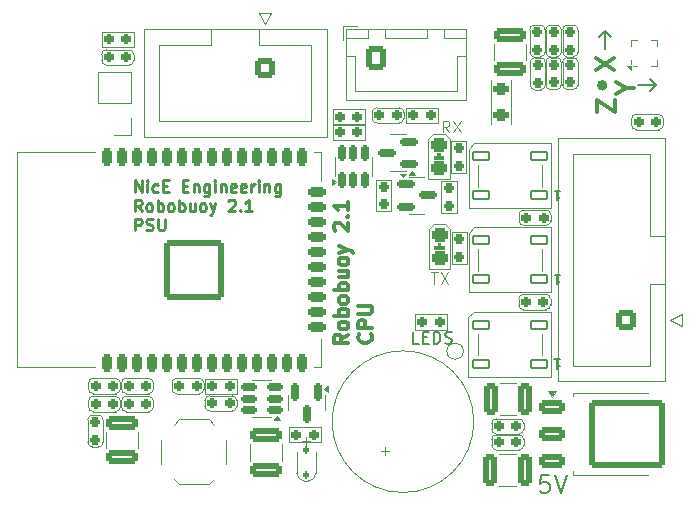
<source format=gbr>
%TF.GenerationSoftware,KiCad,Pcbnew,9.0.2*%
%TF.CreationDate,2025-06-17T18:03:46+02:00*%
%TF.ProjectId,Robobuoy-Sub-CPU-v2_1,526f626f-6275-46f7-992d-5375622d4350,2.0*%
%TF.SameCoordinates,Original*%
%TF.FileFunction,Legend,Top*%
%TF.FilePolarity,Positive*%
%FSLAX46Y46*%
G04 Gerber Fmt 4.6, Leading zero omitted, Abs format (unit mm)*
G04 Created by KiCad (PCBNEW 9.0.2) date 2025-06-17 18:03:46*
%MOMM*%
%LPD*%
G01*
G04 APERTURE LIST*
G04 Aperture macros list*
%AMRoundRect*
0 Rectangle with rounded corners*
0 $1 Rounding radius*
0 $2 $3 $4 $5 $6 $7 $8 $9 X,Y pos of 4 corners*
0 Add a 4 corners polygon primitive as box body*
4,1,4,$2,$3,$4,$5,$6,$7,$8,$9,$2,$3,0*
0 Add four circle primitives for the rounded corners*
1,1,$1+$1,$2,$3*
1,1,$1+$1,$4,$5*
1,1,$1+$1,$6,$7*
1,1,$1+$1,$8,$9*
0 Add four rect primitives between the rounded corners*
20,1,$1+$1,$2,$3,$4,$5,0*
20,1,$1+$1,$4,$5,$6,$7,0*
20,1,$1+$1,$6,$7,$8,$9,0*
20,1,$1+$1,$8,$9,$2,$3,0*%
G04 Aperture macros list end*
%ADD10C,0.150000*%
%ADD11C,0.500000*%
%ADD12C,0.300000*%
%ADD13C,0.120000*%
%ADD14C,0.250000*%
%ADD15C,0.100000*%
%ADD16C,0.000000*%
%ADD17RoundRect,0.150000X0.150000X-0.512500X0.150000X0.512500X-0.150000X0.512500X-0.150000X-0.512500X0*%
%ADD18RoundRect,0.200000X-0.250000X0.200000X-0.250000X-0.200000X0.250000X-0.200000X0.250000X0.200000X0*%
%ADD19RoundRect,0.200000X-0.200000X-0.250000X0.200000X-0.250000X0.200000X0.250000X-0.200000X0.250000X0*%
%ADD20RoundRect,0.200000X0.200000X0.250000X-0.200000X0.250000X-0.200000X-0.250000X0.200000X-0.250000X0*%
%ADD21RoundRect,0.090000X0.660000X0.360000X-0.660000X0.360000X-0.660000X-0.360000X0.660000X-0.360000X0*%
%ADD22RoundRect,0.250000X-0.850000X-0.350000X0.850000X-0.350000X0.850000X0.350000X-0.850000X0.350000X0*%
%ADD23RoundRect,0.249997X-2.950003X-2.650003X2.950003X-2.650003X2.950003X2.650003X-2.950003X2.650003X0*%
%ADD24RoundRect,0.150000X-0.150000X0.587500X-0.150000X-0.587500X0.150000X-0.587500X0.150000X0.587500X0*%
%ADD25C,3.200000*%
%ADD26RoundRect,0.300000X-0.400000X0.300000X-0.400000X-0.300000X0.400000X-0.300000X0.400000X0.300000X0*%
%ADD27RoundRect,0.200000X0.250000X-0.200000X0.250000X0.200000X-0.250000X0.200000X-0.250000X-0.200000X0*%
%ADD28RoundRect,0.112500X0.112500X-0.187500X0.112500X0.187500X-0.112500X0.187500X-0.112500X-0.187500X0*%
%ADD29C,1.000000*%
%ADD30RoundRect,0.250000X-0.600000X0.600000X-0.600000X-0.600000X0.600000X-0.600000X0.600000X0.600000X0*%
%ADD31C,1.700000*%
%ADD32RoundRect,0.250000X0.600000X0.600000X-0.600000X0.600000X-0.600000X-0.600000X0.600000X-0.600000X0*%
%ADD33RoundRect,0.250000X1.100000X-0.325000X1.100000X0.325000X-1.100000X0.325000X-1.100000X-0.325000X0*%
%ADD34RoundRect,0.150000X0.587500X0.150000X-0.587500X0.150000X-0.587500X-0.150000X0.587500X-0.150000X0*%
%ADD35RoundRect,0.250000X-0.600000X-0.725000X0.600000X-0.725000X0.600000X0.725000X-0.600000X0.725000X0*%
%ADD36O,1.700000X1.950000*%
%ADD37RoundRect,0.275000X0.375000X-0.275000X0.375000X0.275000X-0.375000X0.275000X-0.375000X-0.275000X0*%
%ADD38RoundRect,0.250000X-1.100000X0.325000X-1.100000X-0.325000X1.100000X-0.325000X1.100000X0.325000X0*%
%ADD39R,1.700000X1.700000*%
%ADD40R,1.700000X1.000000*%
%ADD41RoundRect,0.250000X0.325000X1.100000X-0.325000X1.100000X-0.325000X-1.100000X0.325000X-1.100000X0*%
%ADD42RoundRect,0.150000X0.512500X0.150000X-0.512500X0.150000X-0.512500X-0.150000X0.512500X-0.150000X0*%
%ADD43RoundRect,0.225000X0.225000X-0.525000X0.225000X0.525000X-0.225000X0.525000X-0.225000X-0.525000X0*%
%ADD44RoundRect,0.225000X0.525000X0.225000X-0.525000X0.225000X-0.525000X-0.225000X0.525000X-0.225000X0*%
%ADD45RoundRect,0.250000X2.250000X-2.250000X2.250000X2.250000X-2.250000X2.250000X-2.250000X-2.250000X0*%
%ADD46R,1.650000X1.650000*%
%ADD47R,0.350000X0.375000*%
%ADD48R,0.375000X0.350000*%
%ADD49RoundRect,0.150000X-0.587500X-0.150000X0.587500X-0.150000X0.587500X0.150000X-0.587500X0.150000X0*%
G04 APERTURE END LIST*
D10*
X23523600Y14909800D02*
X23015600Y15417800D01*
X19205600Y19532600D02*
X19713600Y19024600D01*
D11*
X19151600Y14909800D02*
G75*
G02*
X18751600Y14909800I-200000J0D01*
G01*
X18751600Y14909800D02*
G75*
G02*
X19151600Y14909800I200000J0D01*
G01*
D10*
X19205600Y19532600D02*
X18697600Y19024600D01*
X23523600Y14909800D02*
X23015600Y14401800D01*
X19205600Y17957800D02*
X19205600Y19481800D01*
X21999600Y14909800D02*
X23523600Y14909800D01*
D12*
X-2550058Y-6197203D02*
X-3121486Y-6597203D01*
X-2550058Y-6882917D02*
X-3750058Y-6882917D01*
X-3750058Y-6882917D02*
X-3750058Y-6425774D01*
X-3750058Y-6425774D02*
X-3692915Y-6311489D01*
X-3692915Y-6311489D02*
X-3635772Y-6254346D01*
X-3635772Y-6254346D02*
X-3521486Y-6197203D01*
X-3521486Y-6197203D02*
X-3350058Y-6197203D01*
X-3350058Y-6197203D02*
X-3235772Y-6254346D01*
X-3235772Y-6254346D02*
X-3178629Y-6311489D01*
X-3178629Y-6311489D02*
X-3121486Y-6425774D01*
X-3121486Y-6425774D02*
X-3121486Y-6882917D01*
X-2550058Y-5511489D02*
X-2607200Y-5625774D01*
X-2607200Y-5625774D02*
X-2664343Y-5682917D01*
X-2664343Y-5682917D02*
X-2778629Y-5740060D01*
X-2778629Y-5740060D02*
X-3121486Y-5740060D01*
X-3121486Y-5740060D02*
X-3235772Y-5682917D01*
X-3235772Y-5682917D02*
X-3292915Y-5625774D01*
X-3292915Y-5625774D02*
X-3350058Y-5511489D01*
X-3350058Y-5511489D02*
X-3350058Y-5340060D01*
X-3350058Y-5340060D02*
X-3292915Y-5225774D01*
X-3292915Y-5225774D02*
X-3235772Y-5168632D01*
X-3235772Y-5168632D02*
X-3121486Y-5111489D01*
X-3121486Y-5111489D02*
X-2778629Y-5111489D01*
X-2778629Y-5111489D02*
X-2664343Y-5168632D01*
X-2664343Y-5168632D02*
X-2607200Y-5225774D01*
X-2607200Y-5225774D02*
X-2550058Y-5340060D01*
X-2550058Y-5340060D02*
X-2550058Y-5511489D01*
X-2550058Y-4597203D02*
X-3750058Y-4597203D01*
X-3292915Y-4597203D02*
X-3350058Y-4482918D01*
X-3350058Y-4482918D02*
X-3350058Y-4254346D01*
X-3350058Y-4254346D02*
X-3292915Y-4140060D01*
X-3292915Y-4140060D02*
X-3235772Y-4082918D01*
X-3235772Y-4082918D02*
X-3121486Y-4025775D01*
X-3121486Y-4025775D02*
X-2778629Y-4025775D01*
X-2778629Y-4025775D02*
X-2664343Y-4082918D01*
X-2664343Y-4082918D02*
X-2607200Y-4140060D01*
X-2607200Y-4140060D02*
X-2550058Y-4254346D01*
X-2550058Y-4254346D02*
X-2550058Y-4482918D01*
X-2550058Y-4482918D02*
X-2607200Y-4597203D01*
X-2550058Y-3340061D02*
X-2607200Y-3454346D01*
X-2607200Y-3454346D02*
X-2664343Y-3511489D01*
X-2664343Y-3511489D02*
X-2778629Y-3568632D01*
X-2778629Y-3568632D02*
X-3121486Y-3568632D01*
X-3121486Y-3568632D02*
X-3235772Y-3511489D01*
X-3235772Y-3511489D02*
X-3292915Y-3454346D01*
X-3292915Y-3454346D02*
X-3350058Y-3340061D01*
X-3350058Y-3340061D02*
X-3350058Y-3168632D01*
X-3350058Y-3168632D02*
X-3292915Y-3054346D01*
X-3292915Y-3054346D02*
X-3235772Y-2997204D01*
X-3235772Y-2997204D02*
X-3121486Y-2940061D01*
X-3121486Y-2940061D02*
X-2778629Y-2940061D01*
X-2778629Y-2940061D02*
X-2664343Y-2997204D01*
X-2664343Y-2997204D02*
X-2607200Y-3054346D01*
X-2607200Y-3054346D02*
X-2550058Y-3168632D01*
X-2550058Y-3168632D02*
X-2550058Y-3340061D01*
X-2550058Y-2425775D02*
X-3750058Y-2425775D01*
X-3292915Y-2425775D02*
X-3350058Y-2311490D01*
X-3350058Y-2311490D02*
X-3350058Y-2082918D01*
X-3350058Y-2082918D02*
X-3292915Y-1968632D01*
X-3292915Y-1968632D02*
X-3235772Y-1911490D01*
X-3235772Y-1911490D02*
X-3121486Y-1854347D01*
X-3121486Y-1854347D02*
X-2778629Y-1854347D01*
X-2778629Y-1854347D02*
X-2664343Y-1911490D01*
X-2664343Y-1911490D02*
X-2607200Y-1968632D01*
X-2607200Y-1968632D02*
X-2550058Y-2082918D01*
X-2550058Y-2082918D02*
X-2550058Y-2311490D01*
X-2550058Y-2311490D02*
X-2607200Y-2425775D01*
X-3350058Y-825776D02*
X-2550058Y-825776D01*
X-3350058Y-1340061D02*
X-2721486Y-1340061D01*
X-2721486Y-1340061D02*
X-2607200Y-1282918D01*
X-2607200Y-1282918D02*
X-2550058Y-1168633D01*
X-2550058Y-1168633D02*
X-2550058Y-997204D01*
X-2550058Y-997204D02*
X-2607200Y-882918D01*
X-2607200Y-882918D02*
X-2664343Y-825776D01*
X-2550058Y-82919D02*
X-2607200Y-197204D01*
X-2607200Y-197204D02*
X-2664343Y-254347D01*
X-2664343Y-254347D02*
X-2778629Y-311490D01*
X-2778629Y-311490D02*
X-3121486Y-311490D01*
X-3121486Y-311490D02*
X-3235772Y-254347D01*
X-3235772Y-254347D02*
X-3292915Y-197204D01*
X-3292915Y-197204D02*
X-3350058Y-82919D01*
X-3350058Y-82919D02*
X-3350058Y88510D01*
X-3350058Y88510D02*
X-3292915Y202796D01*
X-3292915Y202796D02*
X-3235772Y259938D01*
X-3235772Y259938D02*
X-3121486Y317081D01*
X-3121486Y317081D02*
X-2778629Y317081D01*
X-2778629Y317081D02*
X-2664343Y259938D01*
X-2664343Y259938D02*
X-2607200Y202796D01*
X-2607200Y202796D02*
X-2550058Y88510D01*
X-2550058Y88510D02*
X-2550058Y-82919D01*
X-3350058Y717081D02*
X-2550058Y1002795D01*
X-3350058Y1288510D02*
X-2550058Y1002795D01*
X-2550058Y1002795D02*
X-2264343Y888510D01*
X-2264343Y888510D02*
X-2207200Y831367D01*
X-2207200Y831367D02*
X-2150058Y717081D01*
X-3635772Y2602796D02*
X-3692915Y2659939D01*
X-3692915Y2659939D02*
X-3750058Y2774224D01*
X-3750058Y2774224D02*
X-3750058Y3059939D01*
X-3750058Y3059939D02*
X-3692915Y3174224D01*
X-3692915Y3174224D02*
X-3635772Y3231367D01*
X-3635772Y3231367D02*
X-3521486Y3288510D01*
X-3521486Y3288510D02*
X-3407200Y3288510D01*
X-3407200Y3288510D02*
X-3235772Y3231367D01*
X-3235772Y3231367D02*
X-2550058Y2545653D01*
X-2550058Y2545653D02*
X-2550058Y3288510D01*
X-2664343Y3802796D02*
X-2607200Y3859939D01*
X-2607200Y3859939D02*
X-2550058Y3802796D01*
X-2550058Y3802796D02*
X-2607200Y3745653D01*
X-2607200Y3745653D02*
X-2664343Y3802796D01*
X-2664343Y3802796D02*
X-2550058Y3802796D01*
X-2550058Y5002796D02*
X-2550058Y4317082D01*
X-2550058Y4659939D02*
X-3750058Y4659939D01*
X-3750058Y4659939D02*
X-3578629Y4545653D01*
X-3578629Y4545653D02*
X-3464343Y4431368D01*
X-3464343Y4431368D02*
X-3407200Y4317082D01*
X20944442Y14655801D02*
X21658728Y14655801D01*
X20158728Y14155801D02*
X20944442Y14655801D01*
X20944442Y14655801D02*
X20158728Y15155801D01*
D13*
X4455385Y-903379D02*
X5026813Y-903379D01*
X4741099Y-1903379D02*
X4741099Y-903379D01*
X5264909Y-903379D02*
X5931575Y-1903379D01*
X5931575Y-903379D02*
X5264909Y-1903379D01*
X6019270Y10918621D02*
X5685937Y11394812D01*
X5447842Y10918621D02*
X5447842Y11918621D01*
X5447842Y11918621D02*
X5828794Y11918621D01*
X5828794Y11918621D02*
X5924032Y11871002D01*
X5924032Y11871002D02*
X5971651Y11823383D01*
X5971651Y11823383D02*
X6019270Y11728145D01*
X6019270Y11728145D02*
X6019270Y11585288D01*
X6019270Y11585288D02*
X5971651Y11490050D01*
X5971651Y11490050D02*
X5924032Y11442431D01*
X5924032Y11442431D02*
X5828794Y11394812D01*
X5828794Y11394812D02*
X5447842Y11394812D01*
X6352604Y11918621D02*
X7019270Y10918621D01*
X7019270Y11918621D02*
X6352604Y10918621D01*
D14*
X-20597432Y5855269D02*
X-20597432Y6855269D01*
X-20597432Y6855269D02*
X-20026004Y5855269D01*
X-20026004Y5855269D02*
X-20026004Y6855269D01*
X-19549813Y5855269D02*
X-19549813Y6521936D01*
X-19549813Y6855269D02*
X-19597432Y6807650D01*
X-19597432Y6807650D02*
X-19549813Y6760031D01*
X-19549813Y6760031D02*
X-19502194Y6807650D01*
X-19502194Y6807650D02*
X-19549813Y6855269D01*
X-19549813Y6855269D02*
X-19549813Y6760031D01*
X-18645052Y5902888D02*
X-18740290Y5855269D01*
X-18740290Y5855269D02*
X-18930766Y5855269D01*
X-18930766Y5855269D02*
X-19026004Y5902888D01*
X-19026004Y5902888D02*
X-19073623Y5950508D01*
X-19073623Y5950508D02*
X-19121242Y6045746D01*
X-19121242Y6045746D02*
X-19121242Y6331460D01*
X-19121242Y6331460D02*
X-19073623Y6426698D01*
X-19073623Y6426698D02*
X-19026004Y6474317D01*
X-19026004Y6474317D02*
X-18930766Y6521936D01*
X-18930766Y6521936D02*
X-18740290Y6521936D01*
X-18740290Y6521936D02*
X-18645052Y6474317D01*
X-18216480Y6379079D02*
X-17883147Y6379079D01*
X-17740290Y5855269D02*
X-18216480Y5855269D01*
X-18216480Y5855269D02*
X-18216480Y6855269D01*
X-18216480Y6855269D02*
X-17740290Y6855269D01*
X-16549813Y6379079D02*
X-16216480Y6379079D01*
X-16073623Y5855269D02*
X-16549813Y5855269D01*
X-16549813Y5855269D02*
X-16549813Y6855269D01*
X-16549813Y6855269D02*
X-16073623Y6855269D01*
X-15645051Y6521936D02*
X-15645051Y5855269D01*
X-15645051Y6426698D02*
X-15597432Y6474317D01*
X-15597432Y6474317D02*
X-15502194Y6521936D01*
X-15502194Y6521936D02*
X-15359337Y6521936D01*
X-15359337Y6521936D02*
X-15264099Y6474317D01*
X-15264099Y6474317D02*
X-15216480Y6379079D01*
X-15216480Y6379079D02*
X-15216480Y5855269D01*
X-14311718Y6521936D02*
X-14311718Y5712412D01*
X-14311718Y5712412D02*
X-14359337Y5617174D01*
X-14359337Y5617174D02*
X-14406956Y5569555D01*
X-14406956Y5569555D02*
X-14502194Y5521936D01*
X-14502194Y5521936D02*
X-14645051Y5521936D01*
X-14645051Y5521936D02*
X-14740289Y5569555D01*
X-14311718Y5902888D02*
X-14406956Y5855269D01*
X-14406956Y5855269D02*
X-14597432Y5855269D01*
X-14597432Y5855269D02*
X-14692670Y5902888D01*
X-14692670Y5902888D02*
X-14740289Y5950508D01*
X-14740289Y5950508D02*
X-14787908Y6045746D01*
X-14787908Y6045746D02*
X-14787908Y6331460D01*
X-14787908Y6331460D02*
X-14740289Y6426698D01*
X-14740289Y6426698D02*
X-14692670Y6474317D01*
X-14692670Y6474317D02*
X-14597432Y6521936D01*
X-14597432Y6521936D02*
X-14406956Y6521936D01*
X-14406956Y6521936D02*
X-14311718Y6474317D01*
X-13835527Y5855269D02*
X-13835527Y6521936D01*
X-13835527Y6855269D02*
X-13883146Y6807650D01*
X-13883146Y6807650D02*
X-13835527Y6760031D01*
X-13835527Y6760031D02*
X-13787908Y6807650D01*
X-13787908Y6807650D02*
X-13835527Y6855269D01*
X-13835527Y6855269D02*
X-13835527Y6760031D01*
X-13359337Y6521936D02*
X-13359337Y5855269D01*
X-13359337Y6426698D02*
X-13311718Y6474317D01*
X-13311718Y6474317D02*
X-13216480Y6521936D01*
X-13216480Y6521936D02*
X-13073623Y6521936D01*
X-13073623Y6521936D02*
X-12978385Y6474317D01*
X-12978385Y6474317D02*
X-12930766Y6379079D01*
X-12930766Y6379079D02*
X-12930766Y5855269D01*
X-12073623Y5902888D02*
X-12168861Y5855269D01*
X-12168861Y5855269D02*
X-12359337Y5855269D01*
X-12359337Y5855269D02*
X-12454575Y5902888D01*
X-12454575Y5902888D02*
X-12502194Y5998127D01*
X-12502194Y5998127D02*
X-12502194Y6379079D01*
X-12502194Y6379079D02*
X-12454575Y6474317D01*
X-12454575Y6474317D02*
X-12359337Y6521936D01*
X-12359337Y6521936D02*
X-12168861Y6521936D01*
X-12168861Y6521936D02*
X-12073623Y6474317D01*
X-12073623Y6474317D02*
X-12026004Y6379079D01*
X-12026004Y6379079D02*
X-12026004Y6283841D01*
X-12026004Y6283841D02*
X-12502194Y6188603D01*
X-11216480Y5902888D02*
X-11311718Y5855269D01*
X-11311718Y5855269D02*
X-11502194Y5855269D01*
X-11502194Y5855269D02*
X-11597432Y5902888D01*
X-11597432Y5902888D02*
X-11645051Y5998127D01*
X-11645051Y5998127D02*
X-11645051Y6379079D01*
X-11645051Y6379079D02*
X-11597432Y6474317D01*
X-11597432Y6474317D02*
X-11502194Y6521936D01*
X-11502194Y6521936D02*
X-11311718Y6521936D01*
X-11311718Y6521936D02*
X-11216480Y6474317D01*
X-11216480Y6474317D02*
X-11168861Y6379079D01*
X-11168861Y6379079D02*
X-11168861Y6283841D01*
X-11168861Y6283841D02*
X-11645051Y6188603D01*
X-10740289Y5855269D02*
X-10740289Y6521936D01*
X-10740289Y6331460D02*
X-10692670Y6426698D01*
X-10692670Y6426698D02*
X-10645051Y6474317D01*
X-10645051Y6474317D02*
X-10549813Y6521936D01*
X-10549813Y6521936D02*
X-10454575Y6521936D01*
X-10121241Y5855269D02*
X-10121241Y6521936D01*
X-10121241Y6855269D02*
X-10168860Y6807650D01*
X-10168860Y6807650D02*
X-10121241Y6760031D01*
X-10121241Y6760031D02*
X-10073622Y6807650D01*
X-10073622Y6807650D02*
X-10121241Y6855269D01*
X-10121241Y6855269D02*
X-10121241Y6760031D01*
X-9645051Y6521936D02*
X-9645051Y5855269D01*
X-9645051Y6426698D02*
X-9597432Y6474317D01*
X-9597432Y6474317D02*
X-9502194Y6521936D01*
X-9502194Y6521936D02*
X-9359337Y6521936D01*
X-9359337Y6521936D02*
X-9264099Y6474317D01*
X-9264099Y6474317D02*
X-9216480Y6379079D01*
X-9216480Y6379079D02*
X-9216480Y5855269D01*
X-8311718Y6521936D02*
X-8311718Y5712412D01*
X-8311718Y5712412D02*
X-8359337Y5617174D01*
X-8359337Y5617174D02*
X-8406956Y5569555D01*
X-8406956Y5569555D02*
X-8502194Y5521936D01*
X-8502194Y5521936D02*
X-8645051Y5521936D01*
X-8645051Y5521936D02*
X-8740289Y5569555D01*
X-8311718Y5902888D02*
X-8406956Y5855269D01*
X-8406956Y5855269D02*
X-8597432Y5855269D01*
X-8597432Y5855269D02*
X-8692670Y5902888D01*
X-8692670Y5902888D02*
X-8740289Y5950508D01*
X-8740289Y5950508D02*
X-8787908Y6045746D01*
X-8787908Y6045746D02*
X-8787908Y6331460D01*
X-8787908Y6331460D02*
X-8740289Y6426698D01*
X-8740289Y6426698D02*
X-8692670Y6474317D01*
X-8692670Y6474317D02*
X-8597432Y6521936D01*
X-8597432Y6521936D02*
X-8406956Y6521936D01*
X-8406956Y6521936D02*
X-8311718Y6474317D01*
X-20026004Y4245325D02*
X-20359337Y4721516D01*
X-20597432Y4245325D02*
X-20597432Y5245325D01*
X-20597432Y5245325D02*
X-20216480Y5245325D01*
X-20216480Y5245325D02*
X-20121242Y5197706D01*
X-20121242Y5197706D02*
X-20073623Y5150087D01*
X-20073623Y5150087D02*
X-20026004Y5054849D01*
X-20026004Y5054849D02*
X-20026004Y4911992D01*
X-20026004Y4911992D02*
X-20073623Y4816754D01*
X-20073623Y4816754D02*
X-20121242Y4769135D01*
X-20121242Y4769135D02*
X-20216480Y4721516D01*
X-20216480Y4721516D02*
X-20597432Y4721516D01*
X-19454575Y4245325D02*
X-19549813Y4292944D01*
X-19549813Y4292944D02*
X-19597432Y4340564D01*
X-19597432Y4340564D02*
X-19645051Y4435802D01*
X-19645051Y4435802D02*
X-19645051Y4721516D01*
X-19645051Y4721516D02*
X-19597432Y4816754D01*
X-19597432Y4816754D02*
X-19549813Y4864373D01*
X-19549813Y4864373D02*
X-19454575Y4911992D01*
X-19454575Y4911992D02*
X-19311718Y4911992D01*
X-19311718Y4911992D02*
X-19216480Y4864373D01*
X-19216480Y4864373D02*
X-19168861Y4816754D01*
X-19168861Y4816754D02*
X-19121242Y4721516D01*
X-19121242Y4721516D02*
X-19121242Y4435802D01*
X-19121242Y4435802D02*
X-19168861Y4340564D01*
X-19168861Y4340564D02*
X-19216480Y4292944D01*
X-19216480Y4292944D02*
X-19311718Y4245325D01*
X-19311718Y4245325D02*
X-19454575Y4245325D01*
X-18692670Y4245325D02*
X-18692670Y5245325D01*
X-18692670Y4864373D02*
X-18597432Y4911992D01*
X-18597432Y4911992D02*
X-18406956Y4911992D01*
X-18406956Y4911992D02*
X-18311718Y4864373D01*
X-18311718Y4864373D02*
X-18264099Y4816754D01*
X-18264099Y4816754D02*
X-18216480Y4721516D01*
X-18216480Y4721516D02*
X-18216480Y4435802D01*
X-18216480Y4435802D02*
X-18264099Y4340564D01*
X-18264099Y4340564D02*
X-18311718Y4292944D01*
X-18311718Y4292944D02*
X-18406956Y4245325D01*
X-18406956Y4245325D02*
X-18597432Y4245325D01*
X-18597432Y4245325D02*
X-18692670Y4292944D01*
X-17645051Y4245325D02*
X-17740289Y4292944D01*
X-17740289Y4292944D02*
X-17787908Y4340564D01*
X-17787908Y4340564D02*
X-17835527Y4435802D01*
X-17835527Y4435802D02*
X-17835527Y4721516D01*
X-17835527Y4721516D02*
X-17787908Y4816754D01*
X-17787908Y4816754D02*
X-17740289Y4864373D01*
X-17740289Y4864373D02*
X-17645051Y4911992D01*
X-17645051Y4911992D02*
X-17502194Y4911992D01*
X-17502194Y4911992D02*
X-17406956Y4864373D01*
X-17406956Y4864373D02*
X-17359337Y4816754D01*
X-17359337Y4816754D02*
X-17311718Y4721516D01*
X-17311718Y4721516D02*
X-17311718Y4435802D01*
X-17311718Y4435802D02*
X-17359337Y4340564D01*
X-17359337Y4340564D02*
X-17406956Y4292944D01*
X-17406956Y4292944D02*
X-17502194Y4245325D01*
X-17502194Y4245325D02*
X-17645051Y4245325D01*
X-16883146Y4245325D02*
X-16883146Y5245325D01*
X-16883146Y4864373D02*
X-16787908Y4911992D01*
X-16787908Y4911992D02*
X-16597432Y4911992D01*
X-16597432Y4911992D02*
X-16502194Y4864373D01*
X-16502194Y4864373D02*
X-16454575Y4816754D01*
X-16454575Y4816754D02*
X-16406956Y4721516D01*
X-16406956Y4721516D02*
X-16406956Y4435802D01*
X-16406956Y4435802D02*
X-16454575Y4340564D01*
X-16454575Y4340564D02*
X-16502194Y4292944D01*
X-16502194Y4292944D02*
X-16597432Y4245325D01*
X-16597432Y4245325D02*
X-16787908Y4245325D01*
X-16787908Y4245325D02*
X-16883146Y4292944D01*
X-15549813Y4911992D02*
X-15549813Y4245325D01*
X-15978384Y4911992D02*
X-15978384Y4388183D01*
X-15978384Y4388183D02*
X-15930765Y4292944D01*
X-15930765Y4292944D02*
X-15835527Y4245325D01*
X-15835527Y4245325D02*
X-15692670Y4245325D01*
X-15692670Y4245325D02*
X-15597432Y4292944D01*
X-15597432Y4292944D02*
X-15549813Y4340564D01*
X-14930765Y4245325D02*
X-15026003Y4292944D01*
X-15026003Y4292944D02*
X-15073622Y4340564D01*
X-15073622Y4340564D02*
X-15121241Y4435802D01*
X-15121241Y4435802D02*
X-15121241Y4721516D01*
X-15121241Y4721516D02*
X-15073622Y4816754D01*
X-15073622Y4816754D02*
X-15026003Y4864373D01*
X-15026003Y4864373D02*
X-14930765Y4911992D01*
X-14930765Y4911992D02*
X-14787908Y4911992D01*
X-14787908Y4911992D02*
X-14692670Y4864373D01*
X-14692670Y4864373D02*
X-14645051Y4816754D01*
X-14645051Y4816754D02*
X-14597432Y4721516D01*
X-14597432Y4721516D02*
X-14597432Y4435802D01*
X-14597432Y4435802D02*
X-14645051Y4340564D01*
X-14645051Y4340564D02*
X-14692670Y4292944D01*
X-14692670Y4292944D02*
X-14787908Y4245325D01*
X-14787908Y4245325D02*
X-14930765Y4245325D01*
X-14264098Y4911992D02*
X-14026003Y4245325D01*
X-13787908Y4911992D02*
X-14026003Y4245325D01*
X-14026003Y4245325D02*
X-14121241Y4007230D01*
X-14121241Y4007230D02*
X-14168860Y3959611D01*
X-14168860Y3959611D02*
X-14264098Y3911992D01*
X-12692669Y5150087D02*
X-12645050Y5197706D01*
X-12645050Y5197706D02*
X-12549812Y5245325D01*
X-12549812Y5245325D02*
X-12311717Y5245325D01*
X-12311717Y5245325D02*
X-12216479Y5197706D01*
X-12216479Y5197706D02*
X-12168860Y5150087D01*
X-12168860Y5150087D02*
X-12121241Y5054849D01*
X-12121241Y5054849D02*
X-12121241Y4959611D01*
X-12121241Y4959611D02*
X-12168860Y4816754D01*
X-12168860Y4816754D02*
X-12740288Y4245325D01*
X-12740288Y4245325D02*
X-12121241Y4245325D01*
X-11692669Y4340564D02*
X-11645050Y4292944D01*
X-11645050Y4292944D02*
X-11692669Y4245325D01*
X-11692669Y4245325D02*
X-11740288Y4292944D01*
X-11740288Y4292944D02*
X-11692669Y4340564D01*
X-11692669Y4340564D02*
X-11692669Y4245325D01*
X-10692670Y4245325D02*
X-11264098Y4245325D01*
X-10978384Y4245325D02*
X-10978384Y5245325D01*
X-10978384Y5245325D02*
X-11073622Y5102468D01*
X-11073622Y5102468D02*
X-11168860Y5007230D01*
X-11168860Y5007230D02*
X-11264098Y4959611D01*
X-20597432Y2635381D02*
X-20597432Y3635381D01*
X-20597432Y3635381D02*
X-20216480Y3635381D01*
X-20216480Y3635381D02*
X-20121242Y3587762D01*
X-20121242Y3587762D02*
X-20073623Y3540143D01*
X-20073623Y3540143D02*
X-20026004Y3444905D01*
X-20026004Y3444905D02*
X-20026004Y3302048D01*
X-20026004Y3302048D02*
X-20073623Y3206810D01*
X-20073623Y3206810D02*
X-20121242Y3159191D01*
X-20121242Y3159191D02*
X-20216480Y3111572D01*
X-20216480Y3111572D02*
X-20597432Y3111572D01*
X-19645051Y2683000D02*
X-19502194Y2635381D01*
X-19502194Y2635381D02*
X-19264099Y2635381D01*
X-19264099Y2635381D02*
X-19168861Y2683000D01*
X-19168861Y2683000D02*
X-19121242Y2730620D01*
X-19121242Y2730620D02*
X-19073623Y2825858D01*
X-19073623Y2825858D02*
X-19073623Y2921096D01*
X-19073623Y2921096D02*
X-19121242Y3016334D01*
X-19121242Y3016334D02*
X-19168861Y3063953D01*
X-19168861Y3063953D02*
X-19264099Y3111572D01*
X-19264099Y3111572D02*
X-19454575Y3159191D01*
X-19454575Y3159191D02*
X-19549813Y3206810D01*
X-19549813Y3206810D02*
X-19597432Y3254429D01*
X-19597432Y3254429D02*
X-19645051Y3349667D01*
X-19645051Y3349667D02*
X-19645051Y3444905D01*
X-19645051Y3444905D02*
X-19597432Y3540143D01*
X-19597432Y3540143D02*
X-19549813Y3587762D01*
X-19549813Y3587762D02*
X-19454575Y3635381D01*
X-19454575Y3635381D02*
X-19216480Y3635381D01*
X-19216480Y3635381D02*
X-19073623Y3587762D01*
X-18645051Y3635381D02*
X-18645051Y2825858D01*
X-18645051Y2825858D02*
X-18597432Y2730620D01*
X-18597432Y2730620D02*
X-18549813Y2683000D01*
X-18549813Y2683000D02*
X-18454575Y2635381D01*
X-18454575Y2635381D02*
X-18264099Y2635381D01*
X-18264099Y2635381D02*
X-18168861Y2683000D01*
X-18168861Y2683000D02*
X-18121242Y2730620D01*
X-18121242Y2730620D02*
X-18073623Y2825858D01*
X-18073623Y2825858D02*
X-18073623Y3635381D01*
D12*
X-632343Y-6146403D02*
X-575200Y-6203546D01*
X-575200Y-6203546D02*
X-518058Y-6374974D01*
X-518058Y-6374974D02*
X-518058Y-6489260D01*
X-518058Y-6489260D02*
X-575200Y-6660689D01*
X-575200Y-6660689D02*
X-689486Y-6774974D01*
X-689486Y-6774974D02*
X-803772Y-6832117D01*
X-803772Y-6832117D02*
X-1032343Y-6889260D01*
X-1032343Y-6889260D02*
X-1203772Y-6889260D01*
X-1203772Y-6889260D02*
X-1432343Y-6832117D01*
X-1432343Y-6832117D02*
X-1546629Y-6774974D01*
X-1546629Y-6774974D02*
X-1660915Y-6660689D01*
X-1660915Y-6660689D02*
X-1718058Y-6489260D01*
X-1718058Y-6489260D02*
X-1718058Y-6374974D01*
X-1718058Y-6374974D02*
X-1660915Y-6203546D01*
X-1660915Y-6203546D02*
X-1603772Y-6146403D01*
X-518058Y-5632117D02*
X-1718058Y-5632117D01*
X-1718058Y-5632117D02*
X-1718058Y-5174974D01*
X-1718058Y-5174974D02*
X-1660915Y-5060689D01*
X-1660915Y-5060689D02*
X-1603772Y-5003546D01*
X-1603772Y-5003546D02*
X-1489486Y-4946403D01*
X-1489486Y-4946403D02*
X-1318058Y-4946403D01*
X-1318058Y-4946403D02*
X-1203772Y-5003546D01*
X-1203772Y-5003546D02*
X-1146629Y-5060689D01*
X-1146629Y-5060689D02*
X-1089486Y-5174974D01*
X-1089486Y-5174974D02*
X-1089486Y-5632117D01*
X-1718058Y-4432117D02*
X-746629Y-4432117D01*
X-746629Y-4432117D02*
X-632343Y-4374974D01*
X-632343Y-4374974D02*
X-575200Y-4317832D01*
X-575200Y-4317832D02*
X-518058Y-4203546D01*
X-518058Y-4203546D02*
X-518058Y-3974974D01*
X-518058Y-3974974D02*
X-575200Y-3860689D01*
X-575200Y-3860689D02*
X-632343Y-3803546D01*
X-632343Y-3803546D02*
X-746629Y-3746403D01*
X-746629Y-3746403D02*
X-1718058Y-3746403D01*
D10*
X14446286Y-18109128D02*
X13732000Y-18109128D01*
X13732000Y-18109128D02*
X13660572Y-18823414D01*
X13660572Y-18823414D02*
X13732000Y-18751985D01*
X13732000Y-18751985D02*
X13874858Y-18680557D01*
X13874858Y-18680557D02*
X14232000Y-18680557D01*
X14232000Y-18680557D02*
X14374858Y-18751985D01*
X14374858Y-18751985D02*
X14446286Y-18823414D01*
X14446286Y-18823414D02*
X14517715Y-18966271D01*
X14517715Y-18966271D02*
X14517715Y-19323414D01*
X14517715Y-19323414D02*
X14446286Y-19466271D01*
X14446286Y-19466271D02*
X14374858Y-19537700D01*
X14374858Y-19537700D02*
X14232000Y-19609128D01*
X14232000Y-19609128D02*
X13874858Y-19609128D01*
X13874858Y-19609128D02*
X13732000Y-19537700D01*
X13732000Y-19537700D02*
X13660572Y-19466271D01*
X14946286Y-18109128D02*
X15446286Y-19609128D01*
X15446286Y-19609128D02*
X15946286Y-18109128D01*
D12*
X19922471Y17187800D02*
X18422471Y16187800D01*
X19922471Y16187800D02*
X18422471Y17187800D01*
X20024071Y13631800D02*
X20024071Y12631800D01*
X20024071Y12631800D02*
X18524071Y13631800D01*
X18524071Y13631800D02*
X18524071Y12631800D01*
D10*
X14920228Y-1110704D02*
X15377371Y-1110704D01*
X15148799Y-1110704D02*
X15148799Y-1910704D01*
X15148799Y-1910704D02*
X15224990Y-1796419D01*
X15224990Y-1796419D02*
X15301180Y-1720228D01*
X15301180Y-1720228D02*
X15377371Y-1682133D01*
D15*
X-6438858Y-15211700D02*
X-5753143Y-15211700D01*
X-6096001Y-15554557D02*
X-6096001Y-14868842D01*
D10*
X3449534Y-6954819D02*
X2973344Y-6954819D01*
X2973344Y-6954819D02*
X2973344Y-5954819D01*
X3782868Y-6431009D02*
X4116201Y-6431009D01*
X4259058Y-6954819D02*
X3782868Y-6954819D01*
X3782868Y-6954819D02*
X3782868Y-5954819D01*
X3782868Y-5954819D02*
X4259058Y-5954819D01*
X4687630Y-6954819D02*
X4687630Y-5954819D01*
X4687630Y-5954819D02*
X4925725Y-5954819D01*
X4925725Y-5954819D02*
X5068582Y-6002438D01*
X5068582Y-6002438D02*
X5163820Y-6097676D01*
X5163820Y-6097676D02*
X5211439Y-6192914D01*
X5211439Y-6192914D02*
X5259058Y-6383390D01*
X5259058Y-6383390D02*
X5259058Y-6526247D01*
X5259058Y-6526247D02*
X5211439Y-6716723D01*
X5211439Y-6716723D02*
X5163820Y-6811961D01*
X5163820Y-6811961D02*
X5068582Y-6907200D01*
X5068582Y-6907200D02*
X4925725Y-6954819D01*
X4925725Y-6954819D02*
X4687630Y-6954819D01*
X5640011Y-6907200D02*
X5782868Y-6954819D01*
X5782868Y-6954819D02*
X6020963Y-6954819D01*
X6020963Y-6954819D02*
X6116201Y-6907200D01*
X6116201Y-6907200D02*
X6163820Y-6859580D01*
X6163820Y-6859580D02*
X6211439Y-6764342D01*
X6211439Y-6764342D02*
X6211439Y-6669104D01*
X6211439Y-6669104D02*
X6163820Y-6573866D01*
X6163820Y-6573866D02*
X6116201Y-6526247D01*
X6116201Y-6526247D02*
X6020963Y-6478628D01*
X6020963Y-6478628D02*
X5830487Y-6431009D01*
X5830487Y-6431009D02*
X5735249Y-6383390D01*
X5735249Y-6383390D02*
X5687630Y-6335771D01*
X5687630Y-6335771D02*
X5640011Y-6240533D01*
X5640011Y-6240533D02*
X5640011Y-6145295D01*
X5640011Y-6145295D02*
X5687630Y-6050057D01*
X5687630Y-6050057D02*
X5735249Y-6002438D01*
X5735249Y-6002438D02*
X5830487Y-5954819D01*
X5830487Y-5954819D02*
X6068582Y-5954819D01*
X6068582Y-5954819D02*
X6211439Y-6002438D01*
X14896628Y-8273504D02*
X15353771Y-8273504D01*
X15125199Y-8273504D02*
X15125199Y-9073504D01*
X15125199Y-9073504D02*
X15201390Y-8959219D01*
X15201390Y-8959219D02*
X15277580Y-8883028D01*
X15277580Y-8883028D02*
X15353771Y-8844933D01*
X14920228Y6001296D02*
X15377371Y6001296D01*
X15148799Y6001296D02*
X15148799Y5201296D01*
X15148799Y5201296D02*
X15224990Y5315581D01*
X15224990Y5315581D02*
X15301180Y5391772D01*
X15301180Y5391772D02*
X15377371Y5429867D01*
D13*
%TO.C,U105*%
X-3668200Y8026400D02*
X-3668200Y8826400D01*
X-3668200Y8026400D02*
X-3668200Y7226400D01*
X-548200Y8026400D02*
X-548200Y8826400D01*
X-548200Y8026400D02*
X-548200Y7226400D01*
X-3618200Y6726400D02*
X-3948200Y6486400D01*
X-3948200Y6966400D01*
X-3618200Y6726400D01*
G36*
X-3618200Y6726400D02*
G01*
X-3948200Y6486400D01*
X-3948200Y6966400D01*
X-3618200Y6726400D01*
G37*
D15*
%TO.C,C124*%
X15604200Y17719000D02*
X15604200Y19619000D01*
X16004200Y17319000D02*
X16504200Y17319000D01*
X16504200Y20019000D02*
X16004200Y20019000D01*
X16904200Y19619000D02*
X16904200Y17719000D01*
X15604200Y19619000D02*
G75*
G02*
X16004200Y20019000I399999J1D01*
G01*
X16004200Y17319000D02*
G75*
G02*
X15604200Y17719000I0J400000D01*
G01*
X16504200Y20019000D02*
G75*
G02*
X16904200Y19619000I1J-399999D01*
G01*
X16904200Y17719000D02*
G75*
G02*
X16504200Y17319000I-400000J0D01*
G01*
%TO.C,C123*%
X15604200Y14962400D02*
X15604200Y16862400D01*
X16004200Y14562400D02*
X16504200Y14562400D01*
X16504200Y17262400D02*
X16004200Y17262400D01*
X16904200Y16862400D02*
X16904200Y14962400D01*
X15604200Y16862400D02*
G75*
G02*
X16004200Y17262400I399999J1D01*
G01*
X16004200Y14562400D02*
G75*
G02*
X15604200Y14962400I0J400000D01*
G01*
X16504200Y17262400D02*
G75*
G02*
X16904200Y16862400I1J-399999D01*
G01*
X16904200Y14962400D02*
G75*
G02*
X16504200Y14562400I-400000J0D01*
G01*
%TO.C,C112*%
X-14685000Y-11764200D02*
X-14685000Y-12264200D01*
X-14285000Y-11364200D02*
X-12385000Y-11364200D01*
X-12385000Y-12664200D02*
X-14285000Y-12664200D01*
X-11985000Y-12264200D02*
X-11985000Y-11764200D01*
X-14685000Y-11764200D02*
G75*
G02*
X-14285000Y-11364200I399999J1D01*
G01*
X-14285000Y-12664200D02*
G75*
G02*
X-14685000Y-12264200I-1J399999D01*
G01*
X-12385000Y-11364200D02*
G75*
G02*
X-11985000Y-11764200I0J-400000D01*
G01*
X-11985000Y-12264200D02*
G75*
G02*
X-12385000Y-12664200I-400000J0D01*
G01*
%TO.C,C107*%
X-21748000Y-11815000D02*
X-21748000Y-12315000D01*
X-21348000Y-11415000D02*
X-19448000Y-11415000D01*
X-19448000Y-12715000D02*
X-21348000Y-12715000D01*
X-19048000Y-12315000D02*
X-19048000Y-11815000D01*
X-21748000Y-11815000D02*
G75*
G02*
X-21348000Y-11415000I399999J1D01*
G01*
X-21348000Y-12715000D02*
G75*
G02*
X-21748000Y-12315000I-1J399999D01*
G01*
X-19448000Y-11415000D02*
G75*
G02*
X-19048000Y-11815000I0J-400000D01*
G01*
X-19048000Y-12315000D02*
G75*
G02*
X-19448000Y-12715000I-400000J0D01*
G01*
%TO.C,C101*%
X-23424400Y17522000D02*
X-23424400Y17022000D01*
X-23024400Y17922000D02*
X-21124400Y17922000D01*
X-21124400Y16622000D02*
X-23024400Y16622000D01*
X-20724400Y17022000D02*
X-20724400Y17522000D01*
X-23424400Y17522000D02*
G75*
G02*
X-23024400Y17922000I400000J0D01*
G01*
X-23024400Y16622000D02*
G75*
G02*
X-23424400Y17022000I0J400000D01*
G01*
X-21124400Y17922000D02*
G75*
G02*
X-20724400Y17522000I1J-399999D01*
G01*
X-20724400Y17022000D02*
G75*
G02*
X-21124400Y16622000I-399999J-1D01*
G01*
D13*
%TO.C,D102*%
X7648800Y2427000D02*
X7648800Y-2623000D01*
X8098800Y2877000D02*
X7648800Y2427000D01*
X8448800Y1027000D02*
X8448800Y-773000D01*
X13848800Y1027000D02*
X13848800Y-773000D01*
X14648800Y2877000D02*
X8098800Y2877000D01*
X14648800Y-2623000D02*
X7648800Y-2623000D01*
X14648800Y-2623000D02*
X14648800Y2877000D01*
D15*
%TO.C,R106*%
X3132400Y-4480800D02*
X3132400Y-5780800D01*
X3132400Y-4480800D02*
X5832400Y-4480800D01*
X5832400Y-5780800D02*
X3132400Y-5780800D01*
X5832400Y-5780800D02*
X5832400Y-4480800D01*
D13*
%TO.C,U104*%
X16451200Y-11151300D02*
X16451200Y-11421300D01*
X16451200Y-18051300D02*
X16451200Y-17781300D01*
X22871200Y-11151300D02*
X16451200Y-11151300D01*
X22871200Y-18051300D02*
X16451200Y-18051300D01*
X14721200Y-11461300D02*
X14381200Y-10991300D01*
X15061200Y-10991300D01*
X14721200Y-11461300D01*
G36*
X14721200Y-11461300D02*
G01*
X14381200Y-10991300D01*
X15061200Y-10991300D01*
X14721200Y-11461300D01*
G37*
%TO.C,Q101*%
X-7630600Y-11961100D02*
X-7630600Y-11311100D01*
X-7630600Y-11961100D02*
X-7630600Y-12611100D01*
X-4510600Y-11961100D02*
X-4510600Y-11311100D01*
X-4510600Y-11961100D02*
X-4510600Y-12611100D01*
X-4230600Y-11038600D02*
X-4560600Y-10798600D01*
X-4230600Y-10558600D01*
X-4230600Y-11038600D01*
G36*
X-4230600Y-11038600D02*
G01*
X-4560600Y-10798600D01*
X-4230600Y-10558600D01*
X-4230600Y-11038600D01*
G37*
D15*
%TO.C,C109*%
X11883400Y-3179000D02*
X11883400Y-3679000D01*
X12283400Y-2779000D02*
X14183400Y-2779000D01*
X14183400Y-4079000D02*
X12283400Y-4079000D01*
X14583400Y-3679000D02*
X14583400Y-3179000D01*
X11883400Y-3179000D02*
G75*
G02*
X12283400Y-2779000I400000J0D01*
G01*
X12283400Y-4079000D02*
G75*
G02*
X11883400Y-3679000I0J400000D01*
G01*
X14183400Y-2779000D02*
G75*
G02*
X14583400Y-3179000I1J-399999D01*
G01*
X14583400Y-3679000D02*
G75*
G02*
X14183400Y-4079000I-399999J-1D01*
G01*
%TO.C,D105*%
X4230800Y10390000D02*
X4622800Y10790000D01*
X4230800Y6990000D02*
X4230800Y10390000D01*
X4230800Y6990000D02*
X6030800Y6990000D01*
X5630800Y10790000D02*
X4630800Y10790000D01*
X6030800Y10390000D02*
X5630800Y10790000D01*
X6030800Y10390000D02*
X6030800Y6990000D01*
D16*
G36*
X5280800Y8890000D02*
G01*
X5580800Y8890000D01*
X5580800Y8590000D01*
X4680800Y8590000D01*
X4680800Y8890000D01*
X4980800Y8890000D01*
X4980800Y9190000D01*
X5280800Y9190000D01*
X5280800Y8890000D01*
G37*
D15*
%TO.C,C108*%
X-24604000Y-15301000D02*
X-24604000Y-13401000D01*
X-24204000Y-15701000D02*
X-23704000Y-15701000D01*
X-23704000Y-13001000D02*
X-24204000Y-13001000D01*
X-23304000Y-13401000D02*
X-23304000Y-15301000D01*
X-24604000Y-13401000D02*
G75*
G02*
X-24204000Y-13001000I400000J0D01*
G01*
X-24204000Y-15701000D02*
G75*
G02*
X-24604000Y-15301000I-1J399999D01*
G01*
X-23704000Y-13001000D02*
G75*
G02*
X-23304000Y-13401000I0J-400000D01*
G01*
X-23304000Y-15301000D02*
G75*
G02*
X-23704000Y-15701000I-399999J-1D01*
G01*
%TO.C,R107*%
X6208000Y-181600D02*
X6208000Y2518400D01*
X6208000Y-181600D02*
X7508000Y-181600D01*
X7508000Y2518400D02*
X6208000Y2518400D01*
X7508000Y2518400D02*
X7508000Y-181600D01*
%TO.C,R111*%
X-192800Y4238000D02*
X-192800Y6938000D01*
X-192800Y4238000D02*
X1107200Y4238000D01*
X1107200Y6938000D02*
X-192800Y6938000D01*
X1107200Y6938000D02*
X1107200Y4238000D01*
%TO.C,C125*%
X-17479000Y-10291000D02*
X-17479000Y-10791000D01*
X-17079000Y-9891000D02*
X-15179000Y-9891000D01*
X-15179000Y-11191000D02*
X-17079000Y-11191000D01*
X-14779000Y-10791000D02*
X-14779000Y-10291000D01*
X-17479000Y-10291000D02*
G75*
G02*
X-17079000Y-9891000I399999J1D01*
G01*
X-17079000Y-11191000D02*
G75*
G02*
X-17479000Y-10791000I-1J399999D01*
G01*
X-15179000Y-9891000D02*
G75*
G02*
X-14779000Y-10291000I0J-400000D01*
G01*
X-14779000Y-10791000D02*
G75*
G02*
X-15179000Y-11191000I-400000J0D01*
G01*
%TO.C,D104*%
X-6896000Y-17943400D02*
X-6896000Y-16143400D01*
X-6246000Y-18593400D02*
X-5946000Y-18593400D01*
X-5296000Y-17943400D02*
X-5296000Y-16143400D01*
X-6246000Y-18593400D02*
G75*
G02*
X-6896000Y-17943400I1J650001D01*
G01*
X-5296000Y-17943400D02*
G75*
G02*
X-5946000Y-18593400I-650001J1D01*
G01*
%TO.C,C115*%
X14181800Y17719000D02*
X14181800Y19619000D01*
X14581800Y17319000D02*
X15081800Y17319000D01*
X15081800Y20019000D02*
X14581800Y20019000D01*
X15481800Y19619000D02*
X15481800Y17719000D01*
X14181800Y19619000D02*
G75*
G02*
X14581800Y20019000I399999J1D01*
G01*
X14581800Y17319000D02*
G75*
G02*
X14181800Y17719000I0J400000D01*
G01*
X15081800Y20019000D02*
G75*
G02*
X15481800Y19619000I1J-399999D01*
G01*
X15481800Y17719000D02*
G75*
G02*
X15081800Y17319000I-400000J0D01*
G01*
%TO.C,C110*%
X11908800Y3958400D02*
X11908800Y3458400D01*
X12308800Y4358400D02*
X14208800Y4358400D01*
X14208800Y3058400D02*
X12308800Y3058400D01*
X14608800Y3458400D02*
X14608800Y3958400D01*
X11908800Y3958400D02*
G75*
G02*
X12308800Y4358400I400000J0D01*
G01*
X12308800Y3058400D02*
G75*
G02*
X11908800Y3458400I0J400000D01*
G01*
X14208800Y4358400D02*
G75*
G02*
X14608800Y3958400I1J-399999D01*
G01*
X14608800Y3458400D02*
G75*
G02*
X14208800Y3058400I-399999J-1D01*
G01*
%TO.C,R102*%
X-7547600Y-14005800D02*
X-7547600Y-15305800D01*
X-7547600Y-14005800D02*
X-4847600Y-14005800D01*
X-4847600Y-15305800D02*
X-7547600Y-15305800D01*
X-4847600Y-15305800D02*
X-4847600Y-14005800D01*
%TO.C,C116*%
X21432000Y12061000D02*
X21432000Y11561000D01*
X21832000Y12461000D02*
X23732000Y12461000D01*
X23732000Y11161000D02*
X21832000Y11161000D01*
X24132000Y11561000D02*
X24132000Y12061000D01*
X21432000Y12061000D02*
G75*
G02*
X21832000Y12461000I399999J1D01*
G01*
X21832000Y11161000D02*
G75*
G02*
X21432000Y11561000I-1J399999D01*
G01*
X23732000Y12461000D02*
G75*
G02*
X24132000Y12061000I0J-400000D01*
G01*
X24132000Y11561000D02*
G75*
G02*
X23732000Y11161000I-400000J0D01*
G01*
%TO.C,C120*%
X9597400Y-13716300D02*
X9597400Y-14216300D01*
X9997400Y-13316300D02*
X11897400Y-13316300D01*
X11897400Y-14616300D02*
X9997400Y-14616300D01*
X12297400Y-14216300D02*
X12297400Y-13716300D01*
X9597400Y-13716300D02*
G75*
G02*
X9997400Y-13316300I400000J0D01*
G01*
X9997400Y-14616300D02*
G75*
G02*
X9597400Y-14216300I0J400000D01*
G01*
X11897400Y-13316300D02*
G75*
G02*
X12297400Y-13716300I1J-399999D01*
G01*
X12297400Y-14216300D02*
G75*
G02*
X11897400Y-14616300I-399999J-1D01*
G01*
%TO.C,TP101*%
X7200600Y-7594600D02*
G75*
G02*
X5800600Y-7594600I-700000J0D01*
G01*
X5800600Y-7594600D02*
G75*
G02*
X7200600Y-7594600I700000J0D01*
G01*
D13*
%TO.C,J101*%
X-19867600Y19673000D02*
X-4367600Y19673000D01*
X-19867600Y10553000D02*
X-19867600Y19673000D01*
X-18567600Y18363000D02*
X-14167600Y18363000D01*
X-18567600Y11863000D02*
X-18567600Y18363000D01*
X-14167600Y18363000D02*
X-14167600Y19673000D01*
X-14167600Y18363000D02*
X-14167600Y18363000D01*
X-10077600Y21063000D02*
X-9577600Y20063000D01*
X-10067600Y19673000D02*
X-10067600Y18363000D01*
X-10067600Y18363000D02*
X-5667600Y18363000D01*
X-9577600Y20063000D02*
X-9077600Y21063000D01*
X-9077600Y21063000D02*
X-10077600Y21063000D01*
X-5667600Y18363000D02*
X-5667600Y11863000D01*
X-5667600Y11863000D02*
X-18567600Y11863000D01*
X-4367600Y19673000D02*
X-4367600Y10553000D01*
X-4367600Y10553000D02*
X-19867600Y10553000D01*
D15*
%TO.C,R110*%
X6157200Y7489200D02*
X6157200Y10189200D01*
X6157200Y7489200D02*
X7457200Y7489200D01*
X7457200Y10189200D02*
X6157200Y10189200D01*
X7457200Y10189200D02*
X7457200Y7489200D01*
D13*
%TO.C,D101*%
X7625200Y-4735800D02*
X7625200Y-9785800D01*
X8075200Y-4285800D02*
X7625200Y-4735800D01*
X8425200Y-6135800D02*
X8425200Y-7935800D01*
X13825200Y-6135800D02*
X13825200Y-7935800D01*
X14625200Y-4285800D02*
X8075200Y-4285800D01*
X14625200Y-9785800D02*
X7625200Y-9785800D01*
X14625200Y-9785800D02*
X14625200Y-4285800D01*
D15*
%TO.C,C103*%
X-21748000Y-10291000D02*
X-21748000Y-10791000D01*
X-21348000Y-9891000D02*
X-19448000Y-9891000D01*
X-19448000Y-11191000D02*
X-21348000Y-11191000D01*
X-19048000Y-10791000D02*
X-19048000Y-10291000D01*
X-21748000Y-10291000D02*
G75*
G02*
X-21348000Y-9891000I399999J1D01*
G01*
X-21348000Y-11191000D02*
G75*
G02*
X-21748000Y-10791000I-1J399999D01*
G01*
X-19448000Y-9891000D02*
G75*
G02*
X-19048000Y-10291000I0J-400000D01*
G01*
X-19048000Y-10791000D02*
G75*
G02*
X-19448000Y-11191000I-400000J0D01*
G01*
%TO.C,C102*%
X-24542000Y-10291000D02*
X-24542000Y-10791000D01*
X-24142000Y-9891000D02*
X-22242000Y-9891000D01*
X-22242000Y-11191000D02*
X-24142000Y-11191000D01*
X-21842000Y-10791000D02*
X-21842000Y-10291000D01*
X-24542000Y-10291000D02*
G75*
G02*
X-24142000Y-9891000I400000J0D01*
G01*
X-24142000Y-11191000D02*
G75*
G02*
X-24542000Y-10791000I0J400000D01*
G01*
X-22242000Y-9891000D02*
G75*
G02*
X-21842000Y-10291000I1J-399999D01*
G01*
X-21842000Y-10791000D02*
G75*
G02*
X-22242000Y-11191000I-399999J-1D01*
G01*
%TO.C,R105*%
X-14685000Y-9916400D02*
X-14685000Y-11216400D01*
X-14685000Y-9916400D02*
X-11985000Y-9916400D01*
X-11985000Y-11216400D02*
X-14685000Y-11216400D01*
X-11985000Y-11216400D02*
X-11985000Y-9916400D01*
%TO.C,D108*%
X4281200Y2770000D02*
X4673200Y3170000D01*
X4281200Y-630000D02*
X4281200Y2770000D01*
X4281200Y-630000D02*
X6081200Y-630000D01*
X5681200Y3170000D02*
X4681200Y3170000D01*
X6081200Y2770000D02*
X5681200Y3170000D01*
X6081200Y2770000D02*
X6081200Y-630000D01*
D16*
G36*
X5331200Y1270000D02*
G01*
X5631200Y1270000D01*
X5631200Y970000D01*
X4731200Y970000D01*
X4731200Y1270000D01*
X5031200Y1270000D01*
X5031200Y1570000D01*
X5331200Y1570000D01*
X5331200Y1270000D01*
G37*
D13*
%TO.C,J108*%
X15174000Y10417000D02*
X24294000Y10417000D01*
X15174000Y-10163000D02*
X15174000Y10417000D01*
X16484000Y9117000D02*
X22984000Y9117000D01*
X16484000Y-8863000D02*
X16484000Y9117000D01*
X22984000Y9117000D02*
X22984000Y2177000D01*
X22984000Y2177000D02*
X22984000Y2177000D01*
X22984000Y2177000D02*
X24294000Y2177000D01*
X22984000Y-1923000D02*
X22984000Y-8863000D01*
X22984000Y-8863000D02*
X16484000Y-8863000D01*
X24294000Y10417000D02*
X24294000Y-10163000D01*
X24294000Y-1923000D02*
X22984000Y-1923000D01*
X24294000Y-10163000D02*
X15174000Y-10163000D01*
X24684000Y-4953000D02*
X25684000Y-5453000D01*
X25684000Y-4453000D02*
X24684000Y-4953000D01*
X25684000Y-5453000D02*
X25684000Y-4453000D01*
%TO.C,C114*%
X9763400Y17017948D02*
X9763400Y18440452D01*
X12483400Y17017948D02*
X12483400Y18440452D01*
D15*
%TO.C,C104*%
X-24542000Y-11815000D02*
X-24542000Y-12315000D01*
X-24142000Y-11415000D02*
X-22242000Y-11415000D01*
X-22242000Y-12715000D02*
X-24142000Y-12715000D01*
X-21842000Y-12315000D02*
X-21842000Y-11815000D01*
X-24542000Y-11815000D02*
G75*
G02*
X-24142000Y-11415000I400000J0D01*
G01*
X-24142000Y-12715000D02*
G75*
G02*
X-24542000Y-12315000I0J400000D01*
G01*
X-22242000Y-11415000D02*
G75*
G02*
X-21842000Y-11815000I1J-399999D01*
G01*
X-21842000Y-12315000D02*
G75*
G02*
X-22242000Y-12715000I-399999J-1D01*
G01*
%TO.C,R108*%
X2371800Y13019800D02*
X2371800Y11719800D01*
X2371800Y13019800D02*
X5071800Y13019800D01*
X5071800Y11719800D02*
X2371800Y11719800D01*
X5071800Y11719800D02*
X5071800Y13019800D01*
%TO.C,R109*%
X5344400Y4136400D02*
X5344400Y6836400D01*
X5344400Y4136400D02*
X6644400Y4136400D01*
X6644400Y6836400D02*
X5344400Y6836400D01*
X6644400Y6836400D02*
X6644400Y4136400D01*
%TO.C,C113*%
X12810200Y17719000D02*
X12810200Y19619000D01*
X13210200Y17319000D02*
X13710200Y17319000D01*
X13710200Y20019000D02*
X13210200Y20019000D01*
X14110200Y19619000D02*
X14110200Y17719000D01*
X12810200Y19619000D02*
G75*
G02*
X13210200Y20019000I400000J0D01*
G01*
X13210200Y17319000D02*
G75*
G02*
X12810200Y17719000I-1J399999D01*
G01*
X13710200Y20019000D02*
G75*
G02*
X14110200Y19619000I0J-400000D01*
G01*
X14110200Y17719000D02*
G75*
G02*
X13710200Y17319000I-399999J-1D01*
G01*
D13*
%TO.C,Q102*%
X1676400Y10754800D02*
X1026400Y10754800D01*
X1676400Y10754800D02*
X2326400Y10754800D01*
X1676400Y7634800D02*
X1026400Y7634800D01*
X1676400Y7634800D02*
X2326400Y7634800D01*
X3078900Y7354800D02*
X2598900Y7354800D01*
X2838900Y7684800D01*
X3078900Y7354800D01*
G36*
X3078900Y7354800D02*
G01*
X2598900Y7354800D01*
X2838900Y7684800D01*
X3078900Y7354800D01*
G37*
D15*
%TO.C,R101*%
X-23424400Y19446000D02*
X-23424400Y18146000D01*
X-23424400Y19446000D02*
X-20724400Y19446000D01*
X-20724400Y18146000D02*
X-23424400Y18146000D01*
X-20724400Y18146000D02*
X-20724400Y19446000D01*
D13*
%TO.C,J103*%
X-3015000Y19962800D02*
X-3015000Y18712800D01*
X-2725000Y19672800D02*
X-2725000Y13702800D01*
X-2725000Y13702800D02*
X7395000Y13702800D01*
X-2715000Y19662800D02*
X-2715000Y18912800D01*
X-2715000Y18912800D02*
X-915000Y18912800D01*
X-2715000Y17412800D02*
X-1965000Y17412800D01*
X-1965000Y17412800D02*
X-1965000Y14462800D01*
X-1965000Y14462800D02*
X2335000Y14462800D01*
X-1765000Y19962800D02*
X-3015000Y19962800D01*
X-915000Y19662800D02*
X-2715000Y19662800D01*
X-915000Y18912800D02*
X-915000Y19662800D01*
X585000Y19662800D02*
X585000Y18912800D01*
X585000Y18912800D02*
X4085000Y18912800D01*
X4085000Y19662800D02*
X585000Y19662800D01*
X4085000Y18912800D02*
X4085000Y19662800D01*
X5585000Y19662800D02*
X5585000Y18912800D01*
X5585000Y18912800D02*
X7385000Y18912800D01*
X6635000Y17412800D02*
X6635000Y14462800D01*
X6635000Y14462800D02*
X2335000Y14462800D01*
X7385000Y19662800D02*
X5585000Y19662800D01*
X7385000Y18912800D02*
X7385000Y19662800D01*
X7385000Y17412800D02*
X6635000Y17412800D01*
X7395000Y19672800D02*
X-2725000Y19672800D01*
X7395000Y13702800D02*
X7395000Y19672800D01*
D15*
%TO.C,C122*%
X14181800Y14963800D02*
X14181800Y16863800D01*
X14581800Y14563800D02*
X15081800Y14563800D01*
X15081800Y17263800D02*
X14581800Y17263800D01*
X15481800Y16863800D02*
X15481800Y14963800D01*
X14181800Y16863800D02*
G75*
G02*
X14581800Y17263800I399999J1D01*
G01*
X14581800Y14563800D02*
G75*
G02*
X14181800Y14963800I0J400000D01*
G01*
X15081800Y17263800D02*
G75*
G02*
X15481800Y16863800I1J-399999D01*
G01*
X15481800Y14963800D02*
G75*
G02*
X15081800Y14563800I-400000J0D01*
G01*
D13*
%TO.C,D103*%
X7648800Y9539000D02*
X7648800Y4489000D01*
X8098800Y9989000D02*
X7648800Y9539000D01*
X8448800Y8139000D02*
X8448800Y6339000D01*
X13848800Y8139000D02*
X13848800Y6339000D01*
X14648800Y9989000D02*
X8098800Y9989000D01*
X14648800Y4489000D02*
X7648800Y4489000D01*
X14648800Y4489000D02*
X14648800Y9989000D01*
D15*
%TO.C,C118*%
X9597400Y-15062500D02*
X9597400Y-15562500D01*
X9997400Y-14662500D02*
X11897400Y-14662500D01*
X11897400Y-15962500D02*
X9997400Y-15962500D01*
X12297400Y-15562500D02*
X12297400Y-15062500D01*
X9597400Y-15062500D02*
G75*
G02*
X9997400Y-14662500I400000J0D01*
G01*
X9997400Y-15962500D02*
G75*
G02*
X9597400Y-15562500I0J400000D01*
G01*
X11897400Y-14662500D02*
G75*
G02*
X12297400Y-15062500I1J-399999D01*
G01*
X12297400Y-15562500D02*
G75*
G02*
X11897400Y-15962500I-399999J-1D01*
G01*
%TO.C,FB101*%
X9536800Y11662800D02*
X9536800Y15362800D01*
X11236800Y15362800D02*
X11236800Y11662800D01*
D13*
%TO.C,C106*%
X-10861400Y-15493948D02*
X-10861400Y-16916452D01*
X-8141400Y-15493948D02*
X-8141400Y-16916452D01*
D15*
%TO.C,C111*%
X-537200Y12619800D02*
X-537200Y12119800D01*
X-137200Y13019800D02*
X1762800Y13019800D01*
X1762800Y11719800D02*
X-137200Y11719800D01*
X2162800Y12119800D02*
X2162800Y12619800D01*
X-537200Y12619800D02*
G75*
G02*
X-137200Y13019800I399999J1D01*
G01*
X-137200Y11719800D02*
G75*
G02*
X-537200Y12119800I-1J399999D01*
G01*
X1762800Y13019800D02*
G75*
G02*
X2162800Y12619800I0J-400000D01*
G01*
X2162800Y12119800D02*
G75*
G02*
X1762800Y11719800I-400000J0D01*
G01*
D13*
%TO.C,SW101*%
X-23733800Y13380800D02*
X-23733800Y16030800D01*
X-20973800Y16030800D02*
X-23733800Y16030800D01*
X-20973800Y13380800D02*
X-23733800Y13380800D01*
X-20973800Y13380800D02*
X-20973800Y16030800D01*
X-20973800Y12110800D02*
X-20973800Y10730800D01*
X-20973800Y10730800D02*
X-22353800Y10730800D01*
D15*
%TO.C,C121*%
X12835600Y14950400D02*
X12835600Y16850400D01*
X13235600Y14550400D02*
X13735600Y14550400D01*
X13735600Y17250400D02*
X13235600Y17250400D01*
X14135600Y16850400D02*
X14135600Y14950400D01*
X12835600Y16850400D02*
G75*
G02*
X13235600Y17250400I400000J0D01*
G01*
X13235600Y14550400D02*
G75*
G02*
X12835600Y14950400I-1J399999D01*
G01*
X13735600Y17250400D02*
G75*
G02*
X14135600Y16850400I0J-400000D01*
G01*
X14135600Y14950400D02*
G75*
G02*
X13735600Y14550400I-399999J-1D01*
G01*
D13*
%TO.C,SW102*%
X-18372800Y-17129000D02*
X-18372800Y-15129000D01*
X-17322800Y-13829000D02*
X-16872800Y-13379000D01*
X-17322800Y-18429000D02*
X-16872800Y-18879000D01*
X-14372800Y-13379000D02*
X-16872800Y-13379000D01*
X-14372800Y-18879000D02*
X-16872800Y-18879000D01*
X-13922800Y-13829000D02*
X-14372800Y-13379000D01*
X-13922800Y-18429000D02*
X-14372800Y-18879000D01*
X-12872800Y-17129000D02*
X-12872800Y-15129000D01*
D15*
%TO.C,R104*%
X-3864600Y12918200D02*
X-3864600Y11618200D01*
X-3864600Y12918200D02*
X-1164600Y12918200D01*
X-1164600Y11618200D02*
X-3864600Y11618200D01*
X-1164600Y11618200D02*
X-1164600Y12918200D01*
D13*
%TO.C,C119*%
X11684052Y-10294900D02*
X10261548Y-10294900D01*
X11684052Y-13014900D02*
X10261548Y-13014900D01*
%TO.C,C117*%
X11658652Y-16314700D02*
X10236148Y-16314700D01*
X11658652Y-19034700D02*
X10236148Y-19034700D01*
D15*
%TO.C,R103*%
X-3864600Y11572000D02*
X-3864600Y10272000D01*
X-3864600Y11572000D02*
X-1164600Y11572000D01*
X-1164600Y10272000D02*
X-3864600Y10272000D01*
X-1164600Y10272000D02*
X-1164600Y11572000D01*
D13*
%TO.C,U103*%
X-9855200Y-10047800D02*
X-10655200Y-10047800D01*
X-9855200Y-10047800D02*
X-9055200Y-10047800D01*
X-9855200Y-13167800D02*
X-10655200Y-13167800D01*
X-9855200Y-13167800D02*
X-9055200Y-13167800D01*
X-8315200Y-13447800D02*
X-8795200Y-13447800D01*
X-8555200Y-13117800D01*
X-8315200Y-13447800D01*
G36*
X-8315200Y-13447800D02*
G01*
X-8795200Y-13447800D01*
X-8555200Y-13117800D01*
X-8315200Y-13447800D01*
G37*
D15*
%TO.C,U101*%
X-30573000Y9227000D02*
X-23988000Y9227000D01*
X-30573000Y-8973000D02*
X-30573000Y9227000D01*
X-30573000Y-8973000D02*
X-23988000Y-8973000D01*
X-5478000Y9227000D02*
X-4873000Y9227000D01*
X-5478000Y-8973000D02*
X-4873000Y-8973000D01*
X-4873000Y9227000D02*
X-4873000Y6842000D01*
X-4873000Y-8973000D02*
X-4873000Y-6588000D01*
%TO.C,BZ101*%
X232800Y-16063600D02*
X932800Y-16063600D01*
X582800Y-16413600D02*
X582800Y-15713600D01*
X8082800Y-13563600D02*
G75*
G02*
X-3917200Y-13563600I-6000000J0D01*
G01*
X-3917200Y-13563600D02*
G75*
G02*
X8082800Y-13563600I6000000J0D01*
G01*
D13*
%TO.C,C105*%
X-23028000Y-14401748D02*
X-23028000Y-15824252D01*
X-20308000Y-14401748D02*
X-20308000Y-15824252D01*
%TO.C,U102*%
X21377200Y18753000D02*
X21877200Y18753000D01*
X21377200Y18253000D02*
X21377200Y18753000D01*
X21377200Y17053000D02*
X21377200Y16753000D01*
X21377200Y16553000D02*
X21377200Y16553000D01*
X21877200Y18753000D02*
X21877200Y18753000D01*
X21877200Y16553000D02*
X21577200Y16553000D01*
X23077200Y18753000D02*
X23577200Y18753000D01*
X23077200Y16553000D02*
X23077200Y16553000D01*
X23577200Y18753000D02*
X23577200Y18253000D01*
X23577200Y18253000D02*
X23577200Y18253000D01*
X23577200Y17053000D02*
X23577200Y16553000D01*
X23577200Y16553000D02*
X23077200Y16553000D01*
X21377200Y16193000D02*
X21017200Y16553000D01*
X21377200Y16553000D01*
X21377200Y16193000D01*
G36*
X21377200Y16193000D02*
G01*
X21017200Y16553000D01*
X21377200Y16553000D01*
X21377200Y16193000D01*
G37*
%TO.C,Q117*%
X3251200Y7162100D02*
X2601200Y7162100D01*
X3251200Y7162100D02*
X3901200Y7162100D01*
X3251200Y4042100D02*
X2601200Y4042100D01*
X3251200Y4042100D02*
X3901200Y4042100D01*
X2088700Y7112100D02*
X1848700Y7442100D01*
X2328700Y7442100D01*
X2088700Y7112100D01*
G36*
X2088700Y7112100D02*
G01*
X1848700Y7442100D01*
X2328700Y7442100D01*
X2088700Y7112100D01*
G37*
%TD*%
%LPC*%
D17*
%TO.C,U105*%
X-3058200Y6888900D03*
X-2108200Y6888900D03*
X-1158200Y6888900D03*
X-1158200Y9163900D03*
X-2108200Y9163900D03*
X-3058200Y9163900D03*
%TD*%
D18*
%TO.C,C124*%
X16254200Y19419000D03*
X16254200Y17919000D03*
%TD*%
%TO.C,C123*%
X16254200Y16662400D03*
X16254200Y15162400D03*
%TD*%
D19*
%TO.C,C112*%
X-14085000Y-12014200D03*
X-12585000Y-12014200D03*
%TD*%
%TO.C,C107*%
X-21148000Y-12065000D03*
X-19648000Y-12065000D03*
%TD*%
D20*
%TO.C,C101*%
X-21324400Y17272000D03*
X-22824400Y17272000D03*
%TD*%
D21*
%TO.C,D102*%
X13598800Y-1523000D03*
X13598800Y1777000D03*
X8698800Y1777000D03*
X8698800Y-1523000D03*
%TD*%
D20*
%TO.C,R106*%
X5232400Y-5130800D03*
X3732400Y-5130800D03*
%TD*%
D22*
%TO.C,U104*%
X14721200Y-12321300D03*
X14721200Y-14601300D03*
D23*
X21021200Y-14601300D03*
D22*
X14721200Y-16881300D03*
%TD*%
D24*
%TO.C,Q101*%
X-5120600Y-11023600D03*
X-7020600Y-11023600D03*
X-6070600Y-12898600D03*
%TD*%
D20*
%TO.C,C109*%
X13983400Y-3429000D03*
X12483400Y-3429000D03*
%TD*%
D25*
%TO.C,H101*%
X0Y0D03*
%TD*%
D26*
%TO.C,D105*%
X5130800Y9890000D03*
X5130800Y7890000D03*
%TD*%
D27*
%TO.C,C108*%
X-23954000Y-15101000D03*
X-23954000Y-13601000D03*
%TD*%
%TO.C,R107*%
X6858000Y418400D03*
X6858000Y1918400D03*
%TD*%
D18*
%TO.C,R111*%
X457200Y6338000D03*
X457200Y4838000D03*
%TD*%
D19*
%TO.C,C125*%
X-16879000Y-10541000D03*
X-15379000Y-10541000D03*
%TD*%
D28*
%TO.C,D104*%
X-6096000Y-18093400D03*
X-6096000Y-15993400D03*
%TD*%
D18*
%TO.C,C115*%
X14831800Y19419000D03*
X14831800Y17919000D03*
%TD*%
D20*
%TO.C,C110*%
X14008800Y3708400D03*
X12508800Y3708400D03*
%TD*%
%TO.C,R102*%
X-5447600Y-14655800D03*
X-6947600Y-14655800D03*
%TD*%
D19*
%TO.C,C116*%
X22032000Y11811000D03*
X23532000Y11811000D03*
%TD*%
D20*
%TO.C,C120*%
X11697400Y-13966300D03*
X10197400Y-13966300D03*
%TD*%
D29*
%TO.C,TP101*%
X6500600Y-7594600D03*
%TD*%
D30*
%TO.C,J101*%
X-9577600Y16383000D03*
D31*
X-9577600Y13843000D03*
X-12117600Y16383000D03*
X-12117600Y13843000D03*
X-14657600Y16383000D03*
X-14657600Y13843000D03*
%TD*%
D27*
%TO.C,R110*%
X6807200Y8089200D03*
X6807200Y9589200D03*
%TD*%
D21*
%TO.C,D101*%
X13575200Y-8685800D03*
X13575200Y-5385800D03*
X8675200Y-5385800D03*
X8675200Y-8685800D03*
%TD*%
D19*
%TO.C,C103*%
X-21148000Y-10541000D03*
X-19648000Y-10541000D03*
%TD*%
D20*
%TO.C,C102*%
X-22442000Y-10541000D03*
X-23942000Y-10541000D03*
%TD*%
%TO.C,R105*%
X-12585000Y-10566400D03*
X-14085000Y-10566400D03*
%TD*%
D26*
%TO.C,D108*%
X5181200Y2270000D03*
X5181200Y270000D03*
%TD*%
D32*
%TO.C,J108*%
X21004000Y-4953000D03*
D31*
X18464000Y-4953000D03*
X21004000Y-2413000D03*
X18464000Y-2413000D03*
X21004000Y127000D03*
X18464000Y127000D03*
X21004000Y2667000D03*
X18464000Y2667000D03*
X21004000Y5207000D03*
X18464000Y5207000D03*
%TD*%
D33*
%TO.C,C114*%
X11123400Y16254200D03*
X11123400Y19204200D03*
%TD*%
D20*
%TO.C,C104*%
X-22442000Y-12065000D03*
X-23942000Y-12065000D03*
%TD*%
D19*
%TO.C,R108*%
X2971800Y12369800D03*
X4471800Y12369800D03*
%TD*%
D27*
%TO.C,R109*%
X5994400Y4736400D03*
X5994400Y6236400D03*
%TD*%
%TO.C,C113*%
X13460200Y17919000D03*
X13460200Y19419000D03*
%TD*%
D34*
%TO.C,Q102*%
X2613900Y8244800D03*
X2613900Y10144800D03*
X738900Y9194800D03*
%TD*%
D20*
%TO.C,R101*%
X-21324400Y18796000D03*
X-22824400Y18796000D03*
%TD*%
D35*
%TO.C,J103*%
X-165000Y17212800D03*
D36*
X2335000Y17212800D03*
X4835000Y17212800D03*
%TD*%
D18*
%TO.C,C122*%
X14831800Y16663800D03*
X14831800Y15163800D03*
%TD*%
D21*
%TO.C,D103*%
X13598800Y5589000D03*
X13598800Y8889000D03*
X8698800Y8889000D03*
X8698800Y5589000D03*
%TD*%
D20*
%TO.C,C118*%
X11697400Y-15312500D03*
X10197400Y-15312500D03*
%TD*%
D37*
%TO.C,FB101*%
X10386800Y12412800D03*
X10386800Y14612800D03*
%TD*%
D38*
%TO.C,C106*%
X-9501400Y-14730200D03*
X-9501400Y-17680200D03*
%TD*%
D19*
%TO.C,C111*%
X62800Y12369800D03*
X1562800Y12369800D03*
%TD*%
D39*
%TO.C,SW101*%
X-22353800Y12110800D03*
D31*
X-22353800Y14650800D03*
%TD*%
D27*
%TO.C,C121*%
X13485600Y15150400D03*
X13485600Y16650400D03*
%TD*%
D40*
%TO.C,SW102*%
X-12472800Y-18029000D03*
X-18772800Y-18029000D03*
X-12472800Y-14229000D03*
X-18772800Y-14229000D03*
%TD*%
D20*
%TO.C,R104*%
X-1764600Y12268200D03*
X-3264600Y12268200D03*
%TD*%
D41*
%TO.C,C119*%
X12447800Y-11654900D03*
X9497800Y-11654900D03*
%TD*%
%TO.C,C117*%
X12422400Y-17674700D03*
X9472400Y-17674700D03*
%TD*%
D20*
%TO.C,R103*%
X-1764600Y10922000D03*
X-3264600Y10922000D03*
%TD*%
D42*
%TO.C,U103*%
X-8717700Y-12557800D03*
X-8717700Y-11607800D03*
X-8717700Y-10657800D03*
X-10992700Y-10657800D03*
X-10992700Y-11607800D03*
X-10992700Y-12557800D03*
%TD*%
D43*
%TO.C,U101*%
X-22988000Y-8623000D03*
X-21718000Y-8623000D03*
X-20448000Y-8623000D03*
X-19178000Y-8623000D03*
X-17908000Y-8623000D03*
X-16638000Y-8623000D03*
X-15368000Y-8623000D03*
X-14098000Y-8623000D03*
X-12828000Y-8623000D03*
X-11558000Y-8623000D03*
X-10288000Y-8623000D03*
X-9018000Y-8623000D03*
X-7748000Y-8623000D03*
X-6478000Y-8623000D03*
D44*
X-5228000Y-5588000D03*
X-5228000Y-4318000D03*
X-5228000Y-3048000D03*
X-5228000Y-1778000D03*
X-5228000Y-508000D03*
X-5228000Y762000D03*
X-5228000Y2032000D03*
X-5228000Y3302000D03*
X-5228000Y4572000D03*
X-5228000Y5842000D03*
D43*
X-6478000Y8877000D03*
X-7748000Y8877000D03*
X-9018000Y8877000D03*
X-10288000Y8877000D03*
X-11558000Y8877000D03*
X-12828000Y8877000D03*
X-14098000Y8877000D03*
X-15368000Y8877000D03*
X-16638000Y8877000D03*
X-17908000Y8877000D03*
X-19178000Y8877000D03*
X-20448000Y8877000D03*
X-21718000Y8877000D03*
X-22988000Y8877000D03*
D45*
X-15643000Y-733000D03*
%TD*%
D46*
%TO.C,BZ101*%
X2082800Y-16813600D03*
D31*
X2082800Y-10313600D03*
%TD*%
D38*
%TO.C,C105*%
X-21668000Y-13638000D03*
X-21668000Y-16588000D03*
%TD*%
D47*
%TO.C,U102*%
X21727200Y16890500D03*
X22227200Y16890500D03*
X22727200Y16890500D03*
X23227200Y16890500D03*
D48*
X23239700Y17403000D03*
X23239700Y17903000D03*
D47*
X23227200Y18415500D03*
X22727200Y18415500D03*
X22227200Y18415500D03*
X21727200Y18415500D03*
D48*
X21714700Y17903000D03*
X21714700Y17403000D03*
%TD*%
D49*
%TO.C,Q117*%
X2313700Y6552100D03*
X2313700Y4652100D03*
X4188700Y5602100D03*
%TD*%
%LPD*%
M02*

</source>
